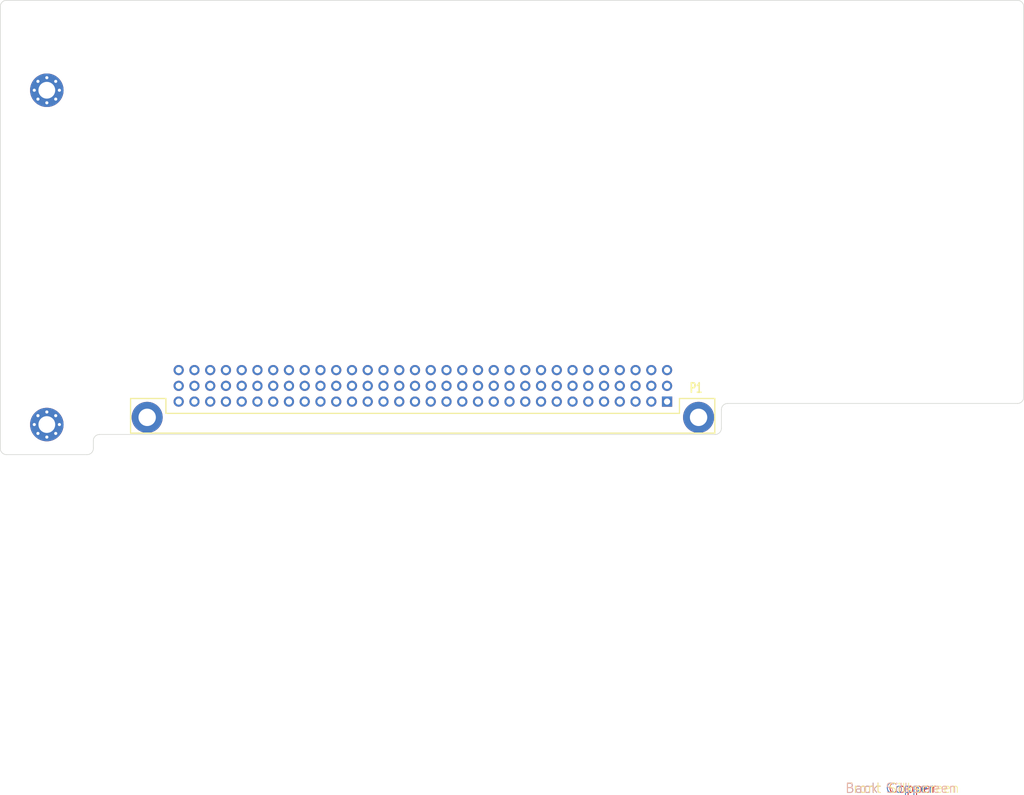
<source format=kicad_pcb>
(kicad_pcb (version 20171130) (host pcbnew 5.1.9)

  (general
    (thickness 1.6)
    (drawings 20)
    (tracks 0)
    (zones 0)
    (modules 2)
    (nets 90)
  )

  (page A4)
  (layers
    (0 F.Cu signal)
    (31 B.Cu signal)
    (36 B.SilkS user)
    (37 F.SilkS user)
    (38 B.Mask user)
    (39 F.Mask user)
    (44 Edge.Cuts user)
    (45 Margin user)
    (46 B.CrtYd user)
    (47 F.CrtYd user)
  )

  (setup
    (last_trace_width 0.3048)
    (trace_clearance 0.2032)
    (zone_clearance 0.508)
    (zone_45_only no)
    (trace_min 0.2)
    (via_size 1)
    (via_drill 0.5)
    (via_min_size 0.4)
    (via_min_drill 0.3)
    (uvia_size 1)
    (uvia_drill 0.5)
    (uvias_allowed no)
    (uvia_min_size 0.2)
    (uvia_min_drill 0.1)
    (edge_width 0.15)
    (segment_width 0.2)
    (pcb_text_width 0.3)
    (pcb_text_size 1.5 1.5)
    (mod_edge_width 0.15)
    (mod_text_size 1 1)
    (mod_text_width 0.15)
    (pad_size 1.524 1.524)
    (pad_drill 0.762)
    (pad_to_mask_clearance 0.2)
    (solder_mask_min_width 0.25)
    (aux_axis_origin 0 0)
    (grid_origin 70 140)
    (visible_elements 7FFFF7FF)
    (pcbplotparams
      (layerselection 0x010fc_ffffffff)
      (usegerberextensions false)
      (usegerberattributes false)
      (usegerberadvancedattributes false)
      (creategerberjobfile false)
      (excludeedgelayer true)
      (linewidth 0.100000)
      (plotframeref false)
      (viasonmask false)
      (mode 1)
      (useauxorigin false)
      (hpglpennumber 1)
      (hpglpenspeed 20)
      (hpglpendiameter 15.000000)
      (psnegative false)
      (psa4output false)
      (plotreference true)
      (plotvalue true)
      (plotinvisibletext false)
      (padsonsilk false)
      (subtractmaskfromsilk false)
      (outputformat 1)
      (mirror false)
      (drillshape 1)
      (scaleselection 1)
      (outputdirectory ""))
  )

  (net 0 "")
  (net 1 GND)
  (net 2 SIZ0)
  (net 3 SIZ1)
  (net 4 A25)
  (net 5 A26)
  (net 6 A27)
  (net 7 A28)
  (net 8 A29)
  (net 9 A30)
  (net 10 A31)
  (net 11 +5V)
  (net 12 D16)
  (net 13 D17)
  (net 14 D18)
  (net 15 D19)
  (net 16 D20)
  (net 17 D21)
  (net 18 D22)
  (net 19 D23)
  (net 20 D24)
  (net 21 D25)
  (net 22 D26)
  (net 23 D27)
  (net 24 D28)
  (net 25 D29)
  (net 26 D30)
  (net 27 D31)
  (net 28 D10)
  (net 29 D11)
  (net 30 D12)
  (net 31 D13)
  (net 32 D14)
  (net 33 D15)
  (net 34 A16)
  (net 35 A17)
  (net 36 A18)
  (net 37 A19)
  (net 38 A20)
  (net 39 A21)
  (net 40 A22)
  (net 41 A23)
  (net 42 A24)
  (net 43 A10)
  (net 44 A11)
  (net 45 A12)
  (net 46 A13)
  (net 47 A14)
  (net 48 A15)
  (net 49 A9)
  (net 50 A8)
  (net 51 nBR)
  (net 52 "/Bus Connector/nID")
  (net 53 nHalt)
  (net 54 nReset)
  (net 55 D9)
  (net 56 D8)
  (net 57 nIRQ1)
  (net 58 nIRQ2)
  (net 59 nIRQ3)
  (net 60 nIRQ4)
  (net 61 nIRQ5)
  (net 62 nIRQ6)
  (net 63 nIRQ7)
  (net 64 nDSACK1)
  (net 65 nDSACK0)
  (net 66 "/Bus Connector/nIACKOUT")
  (net 67 "/Bus Connector/nIACKIN")
  (net 68 nSTERM)
  (net 69 nAS)
  (net 70 A7)
  (net 71 A6)
  (net 72 A5)
  (net 73 A4)
  (net 74 A3)
  (net 75 A2)
  (net 76 A1)
  (net 77 A0)
  (net 78 nBGACK)
  (net 79 "/Bus Connector/nBGOUT")
  (net 80 "/Bus Connector/nBGIN")
  (net 81 nWR)
  (net 82 D7)
  (net 83 D6)
  (net 84 D5)
  (net 85 D4)
  (net 86 D3)
  (net 87 D2)
  (net 88 D1)
  (net 89 D0)

  (net_class Default "This is the default net class."
    (clearance 0.2032)
    (trace_width 0.3048)
    (via_dia 1)
    (via_drill 0.5)
    (uvia_dia 1)
    (uvia_drill 0.5)
    (add_net +5V)
    (add_net "/Bus Connector/nBGIN")
    (add_net "/Bus Connector/nBGOUT")
    (add_net "/Bus Connector/nIACKIN")
    (add_net "/Bus Connector/nIACKOUT")
    (add_net "/Bus Connector/nID")
    (add_net A0)
    (add_net A1)
    (add_net A10)
    (add_net A11)
    (add_net A12)
    (add_net A13)
    (add_net A14)
    (add_net A15)
    (add_net A16)
    (add_net A17)
    (add_net A18)
    (add_net A19)
    (add_net A2)
    (add_net A20)
    (add_net A21)
    (add_net A22)
    (add_net A23)
    (add_net A24)
    (add_net A25)
    (add_net A26)
    (add_net A27)
    (add_net A28)
    (add_net A29)
    (add_net A3)
    (add_net A30)
    (add_net A31)
    (add_net A4)
    (add_net A5)
    (add_net A6)
    (add_net A7)
    (add_net A8)
    (add_net A9)
    (add_net D0)
    (add_net D1)
    (add_net D10)
    (add_net D11)
    (add_net D12)
    (add_net D13)
    (add_net D14)
    (add_net D15)
    (add_net D16)
    (add_net D17)
    (add_net D18)
    (add_net D19)
    (add_net D2)
    (add_net D20)
    (add_net D21)
    (add_net D22)
    (add_net D23)
    (add_net D24)
    (add_net D25)
    (add_net D26)
    (add_net D27)
    (add_net D28)
    (add_net D29)
    (add_net D3)
    (add_net D30)
    (add_net D31)
    (add_net D4)
    (add_net D5)
    (add_net D6)
    (add_net D7)
    (add_net D8)
    (add_net D9)
    (add_net GND)
    (add_net SIZ0)
    (add_net SIZ1)
    (add_net nAS)
    (add_net nBGACK)
    (add_net nBR)
    (add_net nDSACK0)
    (add_net nDSACK1)
    (add_net nHalt)
    (add_net nIRQ1)
    (add_net nIRQ2)
    (add_net nIRQ3)
    (add_net nIRQ4)
    (add_net nIRQ5)
    (add_net nIRQ6)
    (add_net nIRQ7)
    (add_net nReset)
    (add_net nSTERM)
    (add_net nWR)
  )

  (module My68k:PCI_Bracket locked (layer F.Cu) (tedit 6170B457) (tstamp 616FA02A)
    (at 70 140)
    (path /5E452377)
    (attr virtual)
    (fp_text reference MH1 (at -3.175 -2.54 90) (layer F.Fab)
      (effects (font (size 1 1) (thickness 0.15)) (justify left))
    )
    (fp_text value PCI_Bracket (at -5.08 -2.54 90) (layer F.Fab)
      (effects (font (size 1 1) (thickness 0.15)) (justify left))
    )
    (fp_circle (center 0 -53.9) (end 2.95 -53.9) (layer F.CrtYd) (width 0.05))
    (fp_circle (center 0 -53.9) (end 2.7 -53.9) (layer Cmts.User) (width 0.15))
    (fp_circle (center 0 0) (end 2.95 0) (layer F.CrtYd) (width 0.05))
    (fp_circle (center 0 0) (end 2.7 0) (layer Cmts.User) (width 0.15))
    (pad 2 thru_hole circle (at 1.431891 -55.331891) (size 0.8 0.8) (drill 0.5) (layers *.Cu *.Mask)
      (net 1 GND))
    (pad 2 thru_hole circle (at 0 -55.925) (size 0.8 0.8) (drill 0.5) (layers *.Cu *.Mask)
      (net 1 GND))
    (pad 2 thru_hole circle (at -1.431891 -55.331891) (size 0.8 0.8) (drill 0.5) (layers *.Cu *.Mask)
      (net 1 GND))
    (pad 2 thru_hole circle (at -2.025 -53.9) (size 0.8 0.8) (drill 0.5) (layers *.Cu *.Mask)
      (net 1 GND))
    (pad 2 thru_hole circle (at -1.431891 -52.468109) (size 0.8 0.8) (drill 0.5) (layers *.Cu *.Mask)
      (net 1 GND))
    (pad 2 thru_hole circle (at 0 -51.875) (size 0.8 0.8) (drill 0.5) (layers *.Cu *.Mask)
      (net 1 GND))
    (pad 2 thru_hole circle (at 1.431891 -52.468109) (size 0.8 0.8) (drill 0.5) (layers *.Cu *.Mask)
      (net 1 GND))
    (pad 2 thru_hole circle (at 2.025 -53.9) (size 0.8 0.8) (drill 0.5) (layers *.Cu *.Mask)
      (net 1 GND))
    (pad 2 thru_hole circle (at 0 -53.9) (size 5.4 5.4) (drill 2.7) (layers *.Cu *.Mask)
      (net 1 GND))
    (pad 1 thru_hole circle (at 1.431891 -1.431891) (size 0.8 0.8) (drill 0.5) (layers *.Cu *.Mask)
      (net 1 GND))
    (pad 1 thru_hole circle (at 0 -2.025) (size 0.8 0.8) (drill 0.5) (layers *.Cu *.Mask)
      (net 1 GND))
    (pad 1 thru_hole circle (at -1.431891 -1.431891) (size 0.8 0.8) (drill 0.5) (layers *.Cu *.Mask)
      (net 1 GND))
    (pad 1 thru_hole circle (at -2.025 0) (size 0.8 0.8) (drill 0.5) (layers *.Cu *.Mask)
      (net 1 GND))
    (pad 1 thru_hole circle (at -1.431891 1.431891) (size 0.8 0.8) (drill 0.5) (layers *.Cu *.Mask)
      (net 1 GND))
    (pad 1 thru_hole circle (at 0 2.025) (size 0.8 0.8) (drill 0.5) (layers *.Cu *.Mask)
      (net 1 GND))
    (pad 1 thru_hole circle (at 1.431891 1.431891) (size 0.8 0.8) (drill 0.5) (layers *.Cu *.Mask)
      (net 1 GND))
    (pad 1 thru_hole circle (at 2.025 0) (size 0.8 0.8) (drill 0.5) (layers *.Cu *.Mask)
      (net 1 GND))
    (pad 1 thru_hole circle (at 0 0) (size 5.4 5.4) (drill 2.7) (layers *.Cu *.Mask)
      (net 1 GND))
    (model ${MYLIBPATH}/My68k.3dShapes/PCI_Bracket.wrl
      (at (xyz 0 0 0))
      (scale (xyz 1 1 1))
      (rotate (xyz 0 0 0))
    )
  )

  (module My68k:DIN41612-C-96-M-RA locked (layer F.Cu) (tedit 5BD2E8EE) (tstamp 5A84BFB3)
    (at 170 136.3 270)
    (tags "DIN41612, Type C, 96pin, Male, Right Angle")
    (path /5E452240/5A84B935)
    (fp_text reference P1 (at -2.2 -4.67) (layer F.SilkS)
      (effects (font (size 1.524 1.016) (thickness 0.254)))
    )
    (fp_text value DIN41612-C-96-M-RA (at -7.62 39.37) (layer F.SilkS) hide
      (effects (font (size 1.524 1.016) (thickness 0.254)))
    )
    (fp_line (start 5.08 -7.7) (end 5.08 86.5) (layer F.SilkS) (width 0.2))
    (fp_line (start -0.5 -7.7) (end 5.08 -7.7) (layer F.SilkS) (width 0.2))
    (fp_line (start -0.5 86.5) (end 5.08 86.5) (layer F.SilkS) (width 0.2))
    (fp_line (start 1.9 -2) (end 1.9 80.8) (layer F.SilkS) (width 0.2))
    (fp_line (start -0.5 -2) (end 1.9 -2) (layer F.SilkS) (width 0.2))
    (fp_line (start -0.5 80.8) (end 1.9 80.8) (layer F.SilkS) (width 0.2))
    (fp_line (start -0.5 -7.7) (end -0.5 -2) (layer F.SilkS) (width 0.2))
    (fp_line (start -0.5 80.8) (end -0.5 86.5) (layer F.SilkS) (width 0.2))
    (pad A1 thru_hole trapezoid (at 0 0 270) (size 1.65 1.65) (drill 1) (layers *.Cu *.Mask)
      (net 89 D0))
    (pad A2 thru_hole circle (at 0 2.54 180) (size 1.65 1.65) (drill 1) (layers *.Cu *.Mask)
      (net 88 D1))
    (pad A3 thru_hole circle (at 0 5.08 180) (size 1.65 1.65) (drill 1) (layers *.Cu *.Mask)
      (net 87 D2))
    (pad A4 thru_hole circle (at 0 7.62 180) (size 1.65 1.65) (drill 1) (layers *.Cu *.Mask)
      (net 86 D3))
    (pad A5 thru_hole circle (at 0 10.16 180) (size 1.65 1.65) (drill 1) (layers *.Cu *.Mask)
      (net 85 D4))
    (pad A6 thru_hole circle (at 0 12.7 180) (size 1.65 1.65) (drill 1) (layers *.Cu *.Mask)
      (net 84 D5))
    (pad A7 thru_hole circle (at 0 15.24 180) (size 1.65 1.65) (drill 1) (layers *.Cu *.Mask)
      (net 83 D6))
    (pad A8 thru_hole circle (at 0 17.78 180) (size 1.65 1.65) (drill 1) (layers *.Cu *.Mask)
      (net 82 D7))
    (pad A9 thru_hole circle (at 0 20.32 180) (size 1.65 1.65) (drill 1) (layers *.Cu *.Mask)
      (net 81 nWR))
    (pad A10 thru_hole circle (at 0 22.86 180) (size 1.65 1.65) (drill 1) (layers *.Cu *.Mask)
      (net 1 GND))
    (pad A11 thru_hole circle (at 0 25.4 180) (size 1.65 1.65) (drill 1) (layers *.Cu *.Mask)
      (net 2 SIZ0))
    (pad A12 thru_hole circle (at 0 27.94 180) (size 1.65 1.65) (drill 1) (layers *.Cu *.Mask)
      (net 3 SIZ1))
    (pad A13 thru_hole circle (at 0 30.48 180) (size 1.65 1.65) (drill 1) (layers *.Cu *.Mask)
      (net 4 A25))
    (pad A14 thru_hole circle (at 0 33.02 180) (size 1.65 1.65) (drill 1) (layers *.Cu *.Mask)
      (net 5 A26))
    (pad A15 thru_hole circle (at 0 35.56 180) (size 1.65 1.65) (drill 1) (layers *.Cu *.Mask)
      (net 6 A27))
    (pad A16 thru_hole circle (at 0 38.1 180) (size 1.65 1.65) (drill 1) (layers *.Cu *.Mask)
      (net 7 A28))
    (pad A17 thru_hole circle (at 0 40.64 180) (size 1.65 1.65) (drill 1) (layers *.Cu *.Mask)
      (net 8 A29))
    (pad A18 thru_hole circle (at 0 43.18 180) (size 1.65 1.65) (drill 1) (layers *.Cu *.Mask)
      (net 9 A30))
    (pad A19 thru_hole circle (at 0 45.72 180) (size 1.65 1.65) (drill 1) (layers *.Cu *.Mask)
      (net 10 A31))
    (pad A20 thru_hole circle (at 0 48.26 180) (size 1.65 1.65) (drill 1) (layers *.Cu *.Mask)
      (net 80 "/Bus Connector/nBGIN"))
    (pad A21 thru_hole circle (at 0 50.8 180) (size 1.65 1.65) (drill 1) (layers *.Cu *.Mask)
      (net 79 "/Bus Connector/nBGOUT"))
    (pad A22 thru_hole circle (at 0 53.34 180) (size 1.65 1.65) (drill 1) (layers *.Cu *.Mask)
      (net 1 GND))
    (pad A23 thru_hole circle (at 0 55.88 180) (size 1.65 1.65) (drill 1) (layers *.Cu *.Mask)
      (net 78 nBGACK))
    (pad A24 thru_hole circle (at 0 58.42 180) (size 1.65 1.65) (drill 1) (layers *.Cu *.Mask)
      (net 77 A0))
    (pad A25 thru_hole circle (at 0 60.96 180) (size 1.65 1.65) (drill 1) (layers *.Cu *.Mask)
      (net 76 A1))
    (pad A26 thru_hole circle (at 0 63.5 180) (size 1.65 1.65) (drill 1) (layers *.Cu *.Mask)
      (net 75 A2))
    (pad A27 thru_hole circle (at 0 66.04 180) (size 1.65 1.65) (drill 1) (layers *.Cu *.Mask)
      (net 74 A3))
    (pad A28 thru_hole circle (at 0 68.58 180) (size 1.65 1.65) (drill 1) (layers *.Cu *.Mask)
      (net 73 A4))
    (pad A29 thru_hole circle (at 0 71.12 180) (size 1.65 1.65) (drill 1) (layers *.Cu *.Mask)
      (net 72 A5))
    (pad A30 thru_hole circle (at 0 73.66 180) (size 1.65 1.65) (drill 1) (layers *.Cu *.Mask)
      (net 71 A6))
    (pad A31 thru_hole circle (at 0 76.2 180) (size 1.65 1.65) (drill 1) (layers *.Cu *.Mask)
      (net 70 A7))
    (pad A32 thru_hole circle (at 0 78.74 180) (size 1.65 1.65) (drill 1) (layers *.Cu *.Mask)
      (net 11 +5V))
    (pad B1 thru_hole circle (at -2.54 0 180) (size 1.65 1.65) (drill 1) (layers *.Cu *.Mask)
      (net 12 D16))
    (pad B2 thru_hole circle (at -2.54 2.54 180) (size 1.65 1.65) (drill 1) (layers *.Cu *.Mask)
      (net 13 D17))
    (pad B3 thru_hole circle (at -2.54 5.08 180) (size 1.65 1.65) (drill 1) (layers *.Cu *.Mask)
      (net 14 D18))
    (pad B4 thru_hole circle (at -2.54 7.62 180) (size 1.65 1.65) (drill 1) (layers *.Cu *.Mask)
      (net 15 D19))
    (pad B5 thru_hole circle (at -2.54 10.16 180) (size 1.65 1.65) (drill 1) (layers *.Cu *.Mask)
      (net 16 D20))
    (pad B6 thru_hole circle (at -2.54 12.7 180) (size 1.65 1.65) (drill 1) (layers *.Cu *.Mask)
      (net 17 D21))
    (pad B7 thru_hole circle (at -2.54 15.24 180) (size 1.65 1.65) (drill 1) (layers *.Cu *.Mask)
      (net 18 D22))
    (pad B8 thru_hole circle (at -2.54 17.78 180) (size 1.65 1.65) (drill 1) (layers *.Cu *.Mask)
      (net 19 D23))
    (pad B9 thru_hole circle (at -2.54 20.32 180) (size 1.65 1.65) (drill 1) (layers *.Cu *.Mask)
      (net 69 nAS))
    (pad B10 thru_hole circle (at -2.54 22.86 180) (size 1.65 1.65) (drill 1) (layers *.Cu *.Mask)
      (net 1 GND))
    (pad B11 thru_hole circle (at -2.54 25.4 180) (size 1.65 1.65) (drill 1) (layers *.Cu *.Mask)
      (net 20 D24))
    (pad B12 thru_hole circle (at -2.54 27.94 180) (size 1.65 1.65) (drill 1) (layers *.Cu *.Mask)
      (net 21 D25))
    (pad B13 thru_hole circle (at -2.54 30.48 180) (size 1.65 1.65) (drill 1) (layers *.Cu *.Mask)
      (net 22 D26))
    (pad B14 thru_hole circle (at -2.54 33.02 180) (size 1.65 1.65) (drill 1) (layers *.Cu *.Mask)
      (net 23 D27))
    (pad B15 thru_hole circle (at -2.54 35.56 180) (size 1.65 1.65) (drill 1) (layers *.Cu *.Mask)
      (net 24 D28))
    (pad B16 thru_hole circle (at -2.54 38.1 180) (size 1.651 1.651) (drill 1) (layers *.Cu *.Mask)
      (net 25 D29))
    (pad B17 thru_hole circle (at -2.54 40.64 180) (size 1.65 1.65) (drill 1) (layers *.Cu *.Mask)
      (net 26 D30))
    (pad B18 thru_hole circle (at -2.54 43.18 180) (size 1.65 1.65) (drill 1) (layers *.Cu *.Mask)
      (net 27 D31))
    (pad B19 thru_hole circle (at -2.54 45.72 180) (size 1.65 1.65) (drill 1) (layers *.Cu *.Mask)
      (net 68 nSTERM))
    (pad B20 thru_hole circle (at -2.54 48.26 180) (size 1.65 1.65) (drill 1) (layers *.Cu *.Mask)
      (net 67 "/Bus Connector/nIACKIN"))
    (pad B21 thru_hole circle (at -2.54 50.8 180) (size 1.65 1.65) (drill 1) (layers *.Cu *.Mask)
      (net 66 "/Bus Connector/nIACKOUT"))
    (pad B22 thru_hole circle (at -2.54 53.34 180) (size 1.65 1.65) (drill 1) (layers *.Cu *.Mask)
      (net 1 GND))
    (pad B23 thru_hole circle (at -2.54 55.88 180) (size 1.65 1.65) (drill 1) (layers *.Cu *.Mask)
      (net 65 nDSACK0))
    (pad B24 thru_hole circle (at -2.54 58.42 180) (size 1.65 1.65) (drill 1) (layers *.Cu *.Mask)
      (net 64 nDSACK1))
    (pad B25 thru_hole circle (at -2.54 60.96 180) (size 1.65 1.65) (drill 1) (layers *.Cu *.Mask)
      (net 63 nIRQ7))
    (pad B26 thru_hole circle (at -2.54 63.5 180) (size 1.65 1.65) (drill 1) (layers *.Cu *.Mask)
      (net 62 nIRQ6))
    (pad B27 thru_hole circle (at -2.54 66.04 180) (size 1.65 1.65) (drill 1) (layers *.Cu *.Mask)
      (net 61 nIRQ5))
    (pad B28 thru_hole circle (at -2.54 68.58 180) (size 1.65 1.65) (drill 1) (layers *.Cu *.Mask)
      (net 60 nIRQ4))
    (pad B29 thru_hole circle (at -2.54 71.12 180) (size 1.65 1.65) (drill 1) (layers *.Cu *.Mask)
      (net 59 nIRQ3))
    (pad B30 thru_hole circle (at -2.54 73.66 180) (size 1.65 1.65) (drill 1) (layers *.Cu *.Mask)
      (net 58 nIRQ2))
    (pad B31 thru_hole circle (at -2.54 76.2 180) (size 1.65 1.65) (drill 1) (layers *.Cu *.Mask)
      (net 57 nIRQ1))
    (pad B32 thru_hole circle (at -2.54 78.74 180) (size 1.65 1.65) (drill 1) (layers *.Cu *.Mask)
      (net 11 +5V))
    (pad C1 thru_hole circle (at -5.08 0 180) (size 1.65 1.65) (drill 1) (layers *.Cu *.Mask)
      (net 56 D8))
    (pad C2 thru_hole circle (at -5.08 2.54 180) (size 1.65 1.65) (drill 1) (layers *.Cu *.Mask)
      (net 55 D9))
    (pad C3 thru_hole circle (at -5.08 5.08 180) (size 1.65 1.65) (drill 1) (layers *.Cu *.Mask)
      (net 28 D10))
    (pad C4 thru_hole circle (at -5.08 7.62 180) (size 1.65 1.65) (drill 1) (layers *.Cu *.Mask)
      (net 29 D11))
    (pad C5 thru_hole circle (at -5.08 10.16 180) (size 1.65 1.65) (drill 1) (layers *.Cu *.Mask)
      (net 30 D12))
    (pad C6 thru_hole circle (at -5.08 12.7 180) (size 1.65 1.65) (drill 1) (layers *.Cu *.Mask)
      (net 31 D13))
    (pad C7 thru_hole circle (at -5.08 15.24 180) (size 1.65 1.65) (drill 1) (layers *.Cu *.Mask)
      (net 32 D14))
    (pad C8 thru_hole circle (at -5.08 17.78 180) (size 1.65 1.65) (drill 1) (layers *.Cu *.Mask)
      (net 33 D15))
    (pad C9 thru_hole circle (at -5.08 20.32 180) (size 1.65 1.65) (drill 1) (layers *.Cu *.Mask)
      (net 54 nReset))
    (pad C10 thru_hole circle (at -5.08 22.86 180) (size 1.65 1.65) (drill 1) (layers *.Cu *.Mask)
      (net 1 GND))
    (pad C11 thru_hole circle (at -5.08 25.4 180) (size 1.65 1.65) (drill 1) (layers *.Cu *.Mask)
      (net 34 A16))
    (pad C12 thru_hole circle (at -5.08 27.94 180) (size 1.65 1.65) (drill 1) (layers *.Cu *.Mask)
      (net 35 A17))
    (pad C13 thru_hole circle (at -5.08 30.48 180) (size 1.65 1.65) (drill 1) (layers *.Cu *.Mask)
      (net 36 A18))
    (pad C14 thru_hole circle (at -5.08 33.02 180) (size 1.65 1.65) (drill 1) (layers *.Cu *.Mask)
      (net 37 A19))
    (pad C15 thru_hole circle (at -5.08 35.56 180) (size 1.65 1.65) (drill 1) (layers *.Cu *.Mask)
      (net 38 A20))
    (pad C16 thru_hole circle (at -5.08 38.1 180) (size 1.65 1.65) (drill 1) (layers *.Cu *.Mask)
      (net 39 A21))
    (pad C17 thru_hole circle (at -5.08 40.64 180) (size 1.65 1.65) (drill 1) (layers *.Cu *.Mask)
      (net 40 A22))
    (pad C18 thru_hole circle (at -5.08 43.18 180) (size 1.65 1.65) (drill 1) (layers *.Cu *.Mask)
      (net 41 A23))
    (pad C19 thru_hole circle (at -5.08 45.72 180) (size 1.65 1.65) (drill 1) (layers *.Cu *.Mask)
      (net 42 A24))
    (pad C20 thru_hole circle (at -5.08 48.26 180) (size 1.65 1.65) (drill 1) (layers *.Cu *.Mask)
      (net 53 nHalt))
    (pad C21 thru_hole circle (at -5.08 50.8 180) (size 1.65 1.65) (drill 1) (layers *.Cu *.Mask)
      (net 52 "/Bus Connector/nID"))
    (pad C22 thru_hole circle (at -5.08 53.34 180) (size 1.65 1.65) (drill 1) (layers *.Cu *.Mask)
      (net 1 GND))
    (pad C23 thru_hole circle (at -5.08 55.88 180) (size 1.65 1.65) (drill 1) (layers *.Cu *.Mask)
      (net 51 nBR))
    (pad C24 thru_hole circle (at -5.08 58.42 180) (size 1.65 1.65) (drill 1) (layers *.Cu *.Mask)
      (net 50 A8))
    (pad C25 thru_hole circle (at -5.08 60.96 180) (size 1.65 1.65) (drill 1) (layers *.Cu *.Mask)
      (net 49 A9))
    (pad C26 thru_hole circle (at -5.08 63.5 180) (size 1.65 1.65) (drill 1) (layers *.Cu *.Mask)
      (net 43 A10))
    (pad C27 thru_hole circle (at -5.08 66.04 180) (size 1.65 1.65) (drill 1) (layers *.Cu *.Mask)
      (net 44 A11))
    (pad C28 thru_hole circle (at -5.08 68.58 180) (size 1.65 1.65) (drill 1) (layers *.Cu *.Mask)
      (net 45 A12))
    (pad C29 thru_hole circle (at -5.08 71.12 180) (size 1.65 1.65) (drill 1) (layers *.Cu *.Mask)
      (net 46 A13))
    (pad C30 thru_hole circle (at -5.08 73.66 180) (size 1.65 1.65) (drill 1) (layers *.Cu *.Mask)
      (net 47 A14))
    (pad C31 thru_hole circle (at -5.08 76.2 180) (size 1.65 1.65) (drill 1) (layers *.Cu *.Mask)
      (net 48 A15))
    (pad C32 thru_hole circle (at -5.08 78.74 180) (size 1.65 1.65) (drill 1) (layers *.Cu *.Mask)
      (net 11 +5V))
    (pad 33 thru_hole circle (at 2.54 -5.08 180) (size 5 5) (drill 2.8) (layers *.Cu *.Mask)
      (net 1 GND))
    (pad 34 thru_hole circle (at 2.54 83.82 180) (size 5 5) (drill 2.8) (layers *.Cu *.Mask)
      (net 1 GND))
    (model ${MYLIBPATH}/My68k.3dshapes/DIN41612-C-96-M-RA.wrl
      (at (xyz 0 0 0))
      (scale (xyz 1 1 1))
      (rotate (xyz 0 0 0))
    )
  )

  (gr_line (start 179.76 136.6) (end 226.5 136.6) (layer Edge.Cuts) (width 0.1))
  (gr_arc (start 179.76 137.6) (end 178.76 137.6) (angle 90) (layer Edge.Cuts) (width 0.1))
  (gr_arc (start 177.76 140.6) (end 177.76 141.6) (angle -90) (layer Edge.Cuts) (width 0.1))
  (gr_line (start 178.76 137.6) (end 178.76 140.6) (layer Edge.Cuts) (width 0.1))
  (gr_line (start 78.5 141.6) (end 177.76 141.6) (layer Edge.Cuts) (width 0.1))
  (gr_arc (start 226.5 72.6) (end 227.5 72.6) (angle -90) (layer Edge.Cuts) (width 0.1))
  (gr_arc (start 63.5 72.6) (end 63.5 71.6) (angle -90) (layer Edge.Cuts) (width 0.1))
  (gr_arc (start 226.5 135.6) (end 226.5 136.6) (angle -90) (layer Edge.Cuts) (width 0.1))
  (gr_arc (start 78.5 142.6) (end 77.5 142.6) (angle 90) (layer Edge.Cuts) (width 0.1))
  (gr_line (start 77.5 143.85) (end 77.5 142.6) (layer Edge.Cuts) (width 0.1))
  (gr_arc (start 76.5 143.85) (end 76.5 144.85) (angle -90) (layer Edge.Cuts) (width 0.1))
  (gr_line (start 63.5 144.85) (end 76.5 144.85) (layer Edge.Cuts) (width 0.1))
  (gr_arc (start 63.5 143.85) (end 63.5 144.85) (angle 90) (layer Edge.Cuts) (width 0.1))
  (gr_text "Back Silkscreen" (at 198.628 198.628) (layer B.SilkS)
    (effects (font (size 1.5 1.5) (thickness 0.15)) (justify left))
  )
  (gr_text "Front Silkscreen" (at 198.628 198.628) (layer F.SilkS)
    (effects (font (size 1.5 1.5) (thickness 0.15)) (justify left))
  )
  (gr_text "Back Copper" (at 198.628 198.628) (layer B.Cu)
    (effects (font (size 1.5 1.5) (thickness 0.15)) (justify left))
  )
  (gr_text "Front Copper" (at 198.628 198.628) (layer F.Cu)
    (effects (font (size 1.5 1.5) (thickness 0.15)) (justify left))
  )
  (gr_line (start 63.5 71.6) (end 226.5 71.6) (angle 90) (layer Edge.Cuts) (width 0.1))
  (gr_line (start 227.5 72.6) (end 227.5 135.6) (angle 90) (layer Edge.Cuts) (width 0.1))
  (gr_line (start 62.5 143.85) (end 62.5 72.6) (angle 90) (layer Edge.Cuts) (width 0.1))

)

</source>
